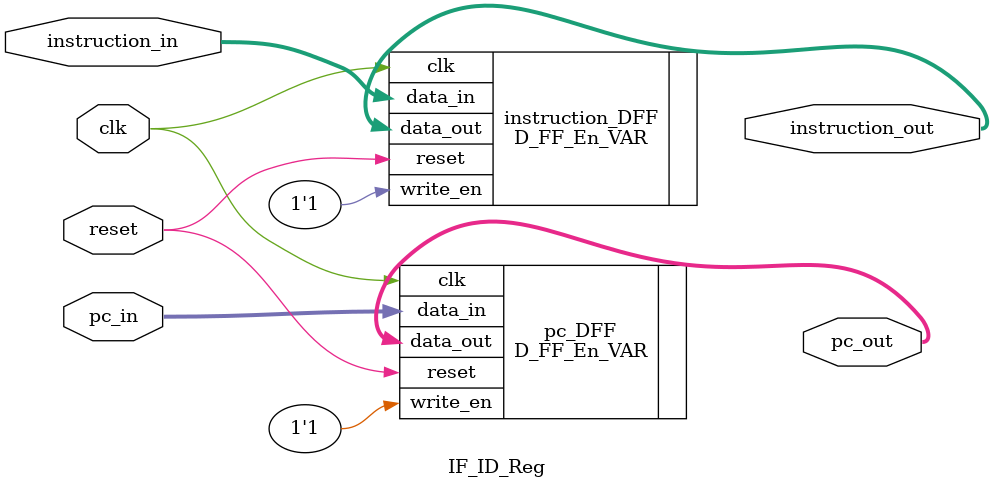
<source format=sv>
`timescale 1ns/10ps
module IF_ID_Reg (
	input logic reset, clk,
	input logic [31:0] instruction_in,
	input logic [63:0] pc_in,
	output logic [31:0] instruction_out,
	output logic [63:0] pc_out
	);
	
	D_FF_En_VAR #(32) instruction_DFF (.data_out(instruction_out), 
												  .data_in(instruction_in), 
												  .write_en(1'b1),
												  .reset, 
												  .clk);	
												  
	D_FF_En_VAR #(64) pc_DFF (.data_out(pc_out), 
												  .data_in(pc_in), 
												  .write_en(1'b1),
												  .reset, 
												  .clk);	
			
			
endmodule
	

</source>
